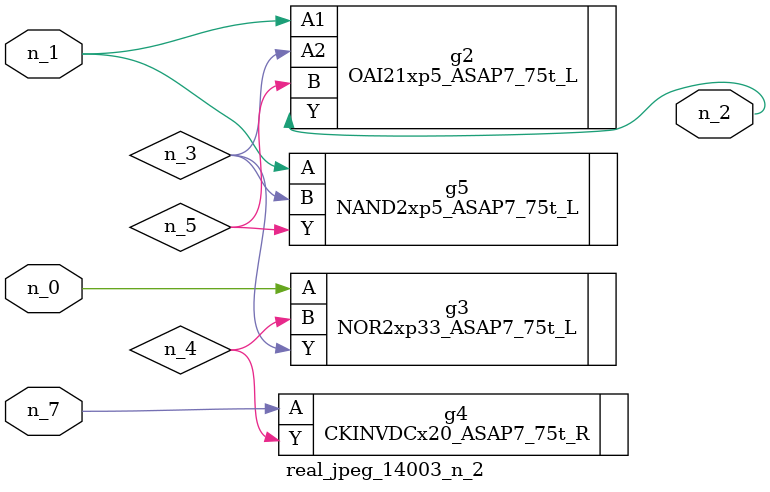
<source format=v>
module real_jpeg_14003_n_2 (n_1, n_0, n_7, n_2);

input n_1;
input n_0;
input n_7;

output n_2;

wire n_5;
wire n_4;
wire n_3;

NOR2xp33_ASAP7_75t_L g3 ( 
.A(n_0),
.B(n_4),
.Y(n_3)
);

OAI21xp5_ASAP7_75t_L g2 ( 
.A1(n_1),
.A2(n_3),
.B(n_5),
.Y(n_2)
);

NAND2xp5_ASAP7_75t_L g5 ( 
.A(n_1),
.B(n_3),
.Y(n_5)
);

CKINVDCx20_ASAP7_75t_R g4 ( 
.A(n_7),
.Y(n_4)
);


endmodule
</source>
